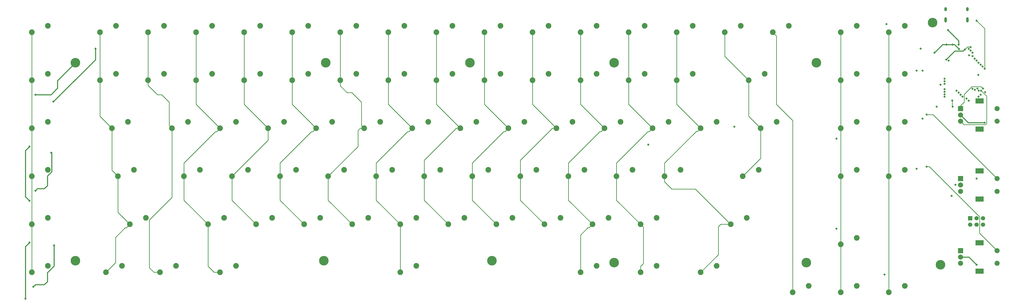
<source format=gbr>
G04 #@! TF.GenerationSoftware,KiCad,Pcbnew,(5.1.4)-1*
G04 #@! TF.CreationDate,2024-04-11T21:59:36-07:00*
G04 #@! TF.ProjectId,keeb,6b656562-2e6b-4696-9361-645f70636258,rev?*
G04 #@! TF.SameCoordinates,Original*
G04 #@! TF.FileFunction,Copper,L1,Top*
G04 #@! TF.FilePolarity,Positive*
%FSLAX46Y46*%
G04 Gerber Fmt 4.6, Leading zero omitted, Abs format (unit mm)*
G04 Created by KiCad (PCBNEW (5.1.4)-1) date 2024-04-11 21:59:36*
%MOMM*%
%LPD*%
G04 APERTURE LIST*
%ADD10C,2.250000*%
%ADD11O,1.000000X2.100000*%
%ADD12O,1.000000X1.600000*%
%ADD13R,2.000000X2.000000*%
%ADD14C,2.000000*%
%ADD15R,3.200000X2.000000*%
%ADD16R,1.700000X1.700000*%
%ADD17C,1.700000*%
%ADD18C,3.800000*%
%ADD19C,0.800000*%
%ADD20C,0.385000*%
%ADD21C,0.250000*%
G04 APERTURE END LIST*
D10*
X295433750Y-140176250D03*
X289083750Y-142716250D03*
X271621250Y-140176250D03*
X265271250Y-142716250D03*
X59690000Y-140176250D03*
X53340000Y-142716250D03*
X104933750Y-140176250D03*
X98583750Y-142716250D03*
X247808750Y-140176250D03*
X241458750Y-142716250D03*
X176371250Y-140176250D03*
X170021250Y-142716250D03*
X81121250Y-140176250D03*
X74771250Y-142716250D03*
X307340000Y-121126250D03*
X300990000Y-123666250D03*
X69215000Y-121126250D03*
X62865000Y-123666250D03*
X312102500Y-102076250D03*
X305752500Y-104616250D03*
X64452500Y-102076250D03*
X58102500Y-104616250D03*
X319246250Y-83026250D03*
X312896250Y-85566250D03*
X314483750Y-63976250D03*
X308133750Y-66516250D03*
X62071250Y-83026250D03*
X55721250Y-85566250D03*
D11*
X386205000Y-42498750D03*
X394845000Y-42498750D03*
D12*
X386205000Y-38318750D03*
X394845000Y-38318750D03*
D13*
X392112500Y-134143750D03*
D14*
X392112500Y-136643750D03*
X392112500Y-139143750D03*
D15*
X399612500Y-131043750D03*
X399612500Y-142243750D03*
D14*
X406612500Y-134143750D03*
X406612500Y-139143750D03*
D13*
X392112500Y-105568750D03*
D14*
X392112500Y-108068750D03*
X392112500Y-110568750D03*
D15*
X399612500Y-102468750D03*
X399612500Y-113668750D03*
D14*
X406612500Y-105568750D03*
X406612500Y-110568750D03*
D13*
X392112500Y-77787500D03*
D14*
X392112500Y-80287500D03*
X392112500Y-82787500D03*
D15*
X399612500Y-74687500D03*
X399612500Y-85887500D03*
D14*
X406612500Y-77787500D03*
X406612500Y-82787500D03*
D10*
X370046250Y-148113750D03*
X363696250Y-150653750D03*
X350996250Y-148113750D03*
X344646250Y-150653750D03*
X331946250Y-148113750D03*
X325596250Y-150653750D03*
X30321250Y-140176250D03*
X23971250Y-142716250D03*
X350996250Y-129063750D03*
X344646250Y-131603750D03*
X271621250Y-121126250D03*
X265271250Y-123666250D03*
X252571250Y-121126250D03*
X246221250Y-123666250D03*
X233521250Y-121126250D03*
X227171250Y-123666250D03*
X214471250Y-121126250D03*
X208121250Y-123666250D03*
X195421250Y-121126250D03*
X189071250Y-123666250D03*
X176371250Y-121126250D03*
X170021250Y-123666250D03*
X157321250Y-121126250D03*
X150971250Y-123666250D03*
X138271250Y-121126250D03*
X131921250Y-123666250D03*
X119221250Y-121126250D03*
X112871250Y-123666250D03*
X100171250Y-121126250D03*
X93821250Y-123666250D03*
X30321250Y-121126250D03*
X23971250Y-123666250D03*
X370046250Y-102076250D03*
X363696250Y-104616250D03*
X344646250Y-104616250D03*
X350996250Y-102076250D03*
X281146250Y-102076250D03*
X274796250Y-104616250D03*
X262096250Y-102076250D03*
X255746250Y-104616250D03*
X243046250Y-102076250D03*
X236696250Y-104616250D03*
X223996250Y-102076250D03*
X217646250Y-104616250D03*
X204946250Y-102076250D03*
X198596250Y-104616250D03*
X185896250Y-102076250D03*
X179546250Y-104616250D03*
X166846250Y-102076250D03*
X160496250Y-104616250D03*
X147796250Y-102076250D03*
X141446250Y-104616250D03*
X128746250Y-102076250D03*
X122396250Y-104616250D03*
X109696250Y-102076250D03*
X103346250Y-104616250D03*
X90646250Y-102076250D03*
X84296250Y-104616250D03*
X30321250Y-102076250D03*
X23971250Y-104616250D03*
X370046250Y-83026250D03*
X363696250Y-85566250D03*
X350996250Y-83026250D03*
X344646250Y-85566250D03*
X295433750Y-83026250D03*
X289083750Y-85566250D03*
X276383750Y-83026250D03*
X270033750Y-85566250D03*
X257333750Y-83026250D03*
X250983750Y-85566250D03*
X238283750Y-83026250D03*
X231933750Y-85566250D03*
X219233750Y-83026250D03*
X212883750Y-85566250D03*
X200183750Y-83026250D03*
X193833750Y-85566250D03*
X181133750Y-83026250D03*
X174783750Y-85566250D03*
X162083750Y-83026250D03*
X155733750Y-85566250D03*
X143033750Y-83026250D03*
X136683750Y-85566250D03*
X123983750Y-83026250D03*
X117633750Y-85566250D03*
X370046250Y-63976250D03*
X363696250Y-66516250D03*
X350996250Y-63976250D03*
X344646250Y-66516250D03*
X285908750Y-63976250D03*
X279558750Y-66516250D03*
X266858750Y-63976250D03*
X260508750Y-66516250D03*
X247808750Y-63976250D03*
X241458750Y-66516250D03*
X228758750Y-63976250D03*
X222408750Y-66516250D03*
X209708750Y-63976250D03*
X203358750Y-66516250D03*
X190658750Y-63976250D03*
X184308750Y-66516250D03*
X171608750Y-63976250D03*
X165258750Y-66516250D03*
X152558750Y-63976250D03*
X146208750Y-66516250D03*
X133508750Y-63976250D03*
X127158750Y-66516250D03*
X114458750Y-63976250D03*
X108108750Y-66516250D03*
X370046250Y-44926250D03*
X363696250Y-47466250D03*
X350996250Y-44926250D03*
X344646250Y-47466250D03*
X324008750Y-44926250D03*
X317658750Y-47466250D03*
X304958750Y-44926250D03*
X298608750Y-47466250D03*
X285908750Y-44926250D03*
X279558750Y-47466250D03*
X266858750Y-44926250D03*
X260508750Y-47466250D03*
X247808750Y-44926250D03*
X241458750Y-47466250D03*
X228758750Y-44926250D03*
X222408750Y-47466250D03*
X209708750Y-44926250D03*
X203358750Y-47466250D03*
X190658750Y-44926250D03*
X184308750Y-47466250D03*
X171608750Y-44926250D03*
X165258750Y-47466250D03*
X152558750Y-44926250D03*
X146208750Y-47466250D03*
X133508750Y-44926250D03*
X127158750Y-47466250D03*
X114458750Y-44926250D03*
X108108750Y-47466250D03*
X104933750Y-83026250D03*
X98583750Y-85566250D03*
X85883750Y-83026250D03*
X79533750Y-85566250D03*
X30321250Y-83026250D03*
X23971250Y-85566250D03*
X95408750Y-63976250D03*
X89058750Y-66516250D03*
X76358750Y-63976250D03*
X70008750Y-66516250D03*
X57308750Y-63976250D03*
X50958750Y-66516250D03*
X30321250Y-63976250D03*
X23971250Y-66516250D03*
X95408750Y-44926250D03*
X89058750Y-47466250D03*
X76358750Y-44926250D03*
X70008750Y-47466250D03*
X57308750Y-44926250D03*
X50958750Y-47466250D03*
X30321250Y-44926250D03*
X23971250Y-47466250D03*
D16*
X395922500Y-121285000D03*
D17*
X395922500Y-123825000D03*
X398462500Y-121285000D03*
X398462500Y-123825000D03*
X401002500Y-121285000D03*
X401002500Y-123825000D03*
D18*
X41275000Y-138112500D03*
X254793750Y-59531250D03*
X330993750Y-138906250D03*
X334962500Y-59531250D03*
X384175000Y-139700000D03*
X381000000Y-43656250D03*
X139700000Y-138112500D03*
X41275000Y-59531250D03*
X206375000Y-138112500D03*
X254793750Y-138906250D03*
X197643750Y-59531250D03*
X140493750Y-59531250D03*
D19*
X386556250Y-52387500D03*
X388937500Y-52387500D03*
X391481551Y-54137801D03*
X381793750Y-55562500D03*
X25400000Y-72231250D03*
X25400000Y-110331250D03*
X31714274Y-95269273D03*
X398462500Y-139700000D03*
X24606250Y-148431250D03*
X32817499Y-132036249D03*
X401637500Y-83343750D03*
X390064499Y-107950000D03*
X388529559Y-112409261D03*
X49212500Y-53975000D03*
X32543750Y-75003011D03*
X23018750Y-92868750D03*
X23018750Y-114300000D03*
X23018750Y-130968750D03*
X21431250Y-153193750D03*
X393815071Y-54295076D03*
X386449377Y-58305201D03*
X396081250Y-53330250D03*
X398462500Y-105568750D03*
X382587500Y-76993750D03*
X268287500Y-92075000D03*
X302418750Y-84931250D03*
X342900000Y-89693750D03*
X387079304Y-46560554D03*
X391318750Y-52387500D03*
X390525000Y-70643750D03*
X362743750Y-44202250D03*
X391318750Y-71437500D03*
X374650000Y-62706250D03*
X385762500Y-65881250D03*
X377031250Y-62706250D03*
X378618750Y-80168750D03*
X392832279Y-73044972D03*
X374650000Y-101600000D03*
X378618750Y-100806250D03*
X394493750Y-73818750D03*
X342900000Y-125412500D03*
X395287500Y-74612500D03*
X361950000Y-143668750D03*
X401637500Y-61912500D03*
X398462500Y-42862500D03*
X400050000Y-72231250D03*
X387350000Y-58737500D03*
X401866389Y-71208612D03*
X399256250Y-73025000D03*
X388822429Y-74497429D03*
X388937500Y-76993750D03*
X376237500Y-53975000D03*
X399141179Y-64408821D03*
X400993034Y-69829030D03*
X400269034Y-70635149D03*
X399256250Y-59531250D03*
X399270801Y-70674348D03*
X398841760Y-69772168D03*
X397750090Y-70331893D03*
X396875000Y-69850000D03*
X384175000Y-68262500D03*
X385762500Y-73052262D03*
X395520900Y-56589649D03*
X392112500Y-72231250D03*
X377031250Y-81756250D03*
X385771619Y-66897513D03*
X385776155Y-67916869D03*
X385762500Y-70055253D03*
X385762500Y-71054256D03*
X385762500Y-72053259D03*
X395333094Y-54018314D03*
X396081250Y-54768750D03*
X396875000Y-55562500D03*
X396875000Y-56944747D03*
X397668750Y-57943750D03*
X398462500Y-58737500D03*
X400050000Y-60325000D03*
X400843750Y-61118750D03*
D20*
X386556250Y-52387500D02*
X388937500Y-52387500D01*
X388937500Y-52387500D02*
X389731250Y-52387500D01*
X389731250Y-52387500D02*
X391481551Y-54137801D01*
X384968750Y-52387500D02*
X386556250Y-52387500D01*
X381793750Y-55562500D02*
X384968750Y-52387500D01*
X25414550Y-72216700D02*
X25400000Y-72231250D01*
X31575222Y-72216700D02*
X25414550Y-72216700D01*
X34135401Y-69656521D02*
X31575222Y-72216700D01*
X41275000Y-59531250D02*
X34135401Y-66670849D01*
X34135401Y-66670849D02*
X34135401Y-69656521D01*
X31837751Y-95392750D02*
X31714274Y-95269273D01*
X31837751Y-102804171D02*
X31837751Y-95392750D01*
X30166651Y-104475271D02*
X31837751Y-102804171D01*
X30166651Y-108301243D02*
X30166651Y-104475271D01*
X28926243Y-109541651D02*
X30166651Y-108301243D01*
X26189599Y-109541651D02*
X28926243Y-109541651D01*
X25400000Y-110331250D02*
X26189599Y-109541651D01*
X395406250Y-136643750D02*
X392112500Y-136643750D01*
X398462500Y-139700000D02*
X395406250Y-136643750D01*
X32817499Y-140220001D02*
X32817499Y-132036249D01*
X30166651Y-142870849D02*
X32817499Y-140220001D01*
X30166651Y-146401243D02*
X30166651Y-142870849D01*
X28926243Y-147641651D02*
X30166651Y-146401243D01*
X25395849Y-147641651D02*
X28926243Y-147641651D01*
X24606250Y-148431250D02*
X25395849Y-147641651D01*
X395168750Y-83343750D02*
X392112500Y-80287500D01*
X401637500Y-83343750D02*
X395168750Y-83343750D01*
X49212500Y-53975000D02*
X49212500Y-58334261D01*
X49212500Y-58334261D02*
X32543750Y-75003011D01*
X21434749Y-112715999D02*
X23018750Y-114300000D01*
X23018750Y-92868750D02*
X21434749Y-94452751D01*
X21434749Y-94452751D02*
X21434749Y-112715999D01*
X23018750Y-130968750D02*
X21431250Y-132556250D01*
X21431250Y-132556250D02*
X21431250Y-153193750D01*
X389825276Y-54929302D02*
X386449377Y-58305201D01*
X393815071Y-54295076D02*
X393180845Y-54929302D01*
X393180845Y-54929302D02*
X389825276Y-54929302D01*
D21*
X396045313Y-53294313D02*
X396081250Y-53330250D01*
X393815071Y-54295076D02*
X394815834Y-53294313D01*
X394815834Y-53294313D02*
X396045313Y-53294313D01*
D20*
X387079304Y-46560554D02*
X391318750Y-50800000D01*
X391318750Y-50800000D02*
X391318750Y-52387500D01*
D21*
X23971250Y-47466250D02*
X23971250Y-66516250D01*
X23971250Y-66516250D02*
X23971250Y-85566250D01*
X23971250Y-85566250D02*
X23971250Y-104616250D01*
X23971250Y-104616250D02*
X23971250Y-123666250D01*
X23971250Y-123666250D02*
X23971250Y-142716250D01*
X406612500Y-105568750D02*
X381212500Y-80168750D01*
X381212500Y-80168750D02*
X378618750Y-80168750D01*
X379721272Y-100806250D02*
X378618750Y-100806250D01*
X399636501Y-120721479D02*
X379721272Y-100806250D01*
X406612500Y-134143750D02*
X399636501Y-127167751D01*
X399636501Y-127167751D02*
X399636501Y-120721479D01*
X401637500Y-61912500D02*
X401637500Y-46037500D01*
X401637500Y-46037500D02*
X398462500Y-42862500D01*
X388822429Y-74497429D02*
X388822429Y-76878679D01*
X388822429Y-76878679D02*
X388937500Y-76993750D01*
X392112500Y-76537500D02*
X392112500Y-77787500D01*
X393556280Y-75093720D02*
X392112500Y-76537500D01*
X393556280Y-72097198D02*
X393556280Y-75093720D01*
X396605311Y-69048167D02*
X393556280Y-72097198D01*
X400212171Y-69048167D02*
X396605311Y-69048167D01*
X400993034Y-69829030D02*
X400212171Y-69048167D01*
X393112499Y-83787499D02*
X392112500Y-82787500D01*
X393392751Y-84067751D02*
X393112499Y-83787499D01*
X401985021Y-84067751D02*
X393392751Y-84067751D01*
X402431250Y-83621522D02*
X401985021Y-84067751D01*
X402431250Y-72797365D02*
X402431250Y-83621522D01*
X400269034Y-70635149D02*
X402431250Y-72797365D01*
X317658750Y-47466250D02*
X319150849Y-48958349D01*
X325596250Y-149062760D02*
X325596250Y-150653750D01*
X325596250Y-82487994D02*
X325596250Y-149062760D01*
X319150849Y-76042593D02*
X325596250Y-82487994D01*
X319150849Y-68992901D02*
X319150849Y-76042593D01*
X319150849Y-68992901D02*
X319150849Y-69181605D01*
X319150849Y-48958349D02*
X319150849Y-68992901D01*
X89058750Y-54956717D02*
X89058750Y-66516250D01*
X89058750Y-47466250D02*
X89058750Y-54956717D01*
X89058750Y-76041250D02*
X98583750Y-85566250D01*
X89058750Y-66516250D02*
X89058750Y-76041250D01*
X84296250Y-103025260D02*
X84296250Y-104616250D01*
X84296250Y-99349228D02*
X84296250Y-103025260D01*
X96738229Y-86907249D02*
X84296250Y-99349228D01*
X97242751Y-86907249D02*
X96738229Y-86907249D01*
X98583750Y-85566250D02*
X97242751Y-86907249D01*
X84296250Y-114141250D02*
X93821250Y-123666250D01*
X84296250Y-104616250D02*
X84296250Y-114141250D01*
X93821250Y-140335000D02*
X96202500Y-142716250D01*
X93821250Y-123666250D02*
X93821250Y-140335000D01*
X96202500Y-142716250D02*
X98583750Y-142716250D01*
X165258750Y-49057240D02*
X165258750Y-66516250D01*
X165258750Y-47466250D02*
X165258750Y-49057240D01*
X165258750Y-76041250D02*
X174783750Y-85566250D01*
X165258750Y-66516250D02*
X165258750Y-76041250D01*
X160496250Y-103025260D02*
X160496250Y-104616250D01*
X160496250Y-99349228D02*
X160496250Y-103025260D01*
X172938229Y-86907249D02*
X160496250Y-99349228D01*
X173442751Y-86907249D02*
X172938229Y-86907249D01*
X174783750Y-85566250D02*
X173442751Y-86907249D01*
X160496250Y-114141250D02*
X170021250Y-123666250D01*
X160496250Y-104616250D02*
X160496250Y-114141250D01*
X170021250Y-123666250D02*
X170021250Y-140335000D01*
X170021250Y-140335000D02*
X170021250Y-142716250D01*
X241458750Y-49057240D02*
X241458750Y-66516250D01*
X241458750Y-47466250D02*
X241458750Y-49057240D01*
X241458750Y-76041250D02*
X250983750Y-85566250D01*
X241458750Y-66516250D02*
X241458750Y-76041250D01*
X236696250Y-103025260D02*
X236696250Y-104616250D01*
X236696250Y-99349228D02*
X236696250Y-103025260D01*
X249138229Y-86907249D02*
X236696250Y-99349228D01*
X249642751Y-86907249D02*
X249138229Y-86907249D01*
X250983750Y-85566250D02*
X249642751Y-86907249D01*
X236696250Y-114141250D02*
X246221250Y-123666250D01*
X236696250Y-104616250D02*
X236696250Y-114141250D01*
X241458750Y-141125260D02*
X241458750Y-142716250D01*
X241458750Y-127924228D02*
X241458750Y-141125260D01*
X244375729Y-125007249D02*
X241458750Y-127924228D01*
X244880251Y-125007249D02*
X244375729Y-125007249D01*
X246221250Y-123666250D02*
X244880251Y-125007249D01*
X50958750Y-66516250D02*
X50958750Y-47466250D01*
X50958750Y-80803750D02*
X55721250Y-85566250D01*
X50958750Y-66516250D02*
X50958750Y-80803750D01*
X55721250Y-102235000D02*
X58102500Y-104616250D01*
X55721250Y-85566250D02*
X55721250Y-102235000D01*
X58102500Y-118903750D02*
X62865000Y-123666250D01*
X58102500Y-104616250D02*
X58102500Y-118903750D01*
X57150000Y-138906250D02*
X53340000Y-142716250D01*
X57150000Y-128876728D02*
X57150000Y-138906250D01*
X61019479Y-125007249D02*
X57150000Y-128876728D01*
X62865000Y-123666250D02*
X61524001Y-125007249D01*
X61524001Y-125007249D02*
X61019479Y-125007249D01*
X70008750Y-68107240D02*
X70008750Y-66516250D01*
X70008750Y-68551728D02*
X70008750Y-68107240D01*
X73740369Y-72283347D02*
X70008750Y-68551728D01*
X75487564Y-72283347D02*
X73740369Y-72283347D01*
X78408751Y-75204534D02*
X75487564Y-72283347D01*
X78408751Y-84441251D02*
X78408751Y-75204534D01*
X79533750Y-85566250D02*
X78408751Y-84441251D01*
X70008750Y-47466250D02*
X70008750Y-66516250D01*
X72390000Y-142716250D02*
X74771250Y-142716250D01*
X70555999Y-140882249D02*
X72390000Y-142716250D01*
X70555999Y-121929773D02*
X70555999Y-140882249D01*
X79533750Y-85566250D02*
X79533750Y-112952022D01*
X79533750Y-112952022D02*
X70555999Y-121929773D01*
X103346250Y-114141250D02*
X103346250Y-104616250D01*
X112871250Y-123666250D02*
X103346250Y-114141250D01*
X117633750Y-90328750D02*
X117633750Y-85566250D01*
X103346250Y-104616250D02*
X117633750Y-90328750D01*
X108108750Y-76041250D02*
X117633750Y-85566250D01*
X108108750Y-66516250D02*
X108108750Y-76041250D01*
X108108750Y-47466250D02*
X108108750Y-66516250D01*
X127158750Y-47466250D02*
X127158750Y-66516250D01*
X127158750Y-76041250D02*
X136683750Y-85566250D01*
X127158750Y-66516250D02*
X127158750Y-76041250D01*
X122396250Y-103025260D02*
X122396250Y-104616250D01*
X122396250Y-99349228D02*
X122396250Y-103025260D01*
X134838229Y-86907249D02*
X122396250Y-99349228D01*
X135342751Y-86907249D02*
X134838229Y-86907249D01*
X136683750Y-85566250D02*
X135342751Y-86907249D01*
X122396250Y-114141250D02*
X131921250Y-123666250D01*
X122396250Y-104616250D02*
X122396250Y-114141250D01*
X154142760Y-85566250D02*
X155733750Y-85566250D01*
X153264749Y-86444261D02*
X154142760Y-85566250D01*
X141446250Y-104616250D02*
X153264749Y-92797751D01*
X153264749Y-92797751D02*
X153264749Y-86444261D01*
X146208750Y-68676744D02*
X146208750Y-68107240D01*
X148906157Y-71374151D02*
X146208750Y-68676744D01*
X154608751Y-75204534D02*
X150778368Y-71374151D01*
X146208750Y-68107240D02*
X146208750Y-66516250D01*
X150778368Y-71374151D02*
X148906157Y-71374151D01*
X154608751Y-84441251D02*
X154608751Y-75204534D01*
X155733750Y-85566250D02*
X154608751Y-84441251D01*
X146208750Y-47466250D02*
X146208750Y-66516250D01*
X141446250Y-114141250D02*
X150971250Y-123666250D01*
X141446250Y-104616250D02*
X141446250Y-114141250D01*
X179546250Y-114141250D02*
X189071250Y-123666250D01*
X179546250Y-104616250D02*
X179546250Y-114141250D01*
X179546250Y-103025260D02*
X179546250Y-104616250D01*
X179546250Y-98262760D02*
X179546250Y-103025260D01*
X192242760Y-85566250D02*
X179546250Y-98262760D01*
X193833750Y-85566250D02*
X192242760Y-85566250D01*
X184308750Y-76041250D02*
X193833750Y-85566250D01*
X184308750Y-66516250D02*
X184308750Y-76041250D01*
X184308750Y-50510772D02*
X184308750Y-66516250D01*
X184308750Y-47466250D02*
X184308750Y-50510772D01*
X203358750Y-47466250D02*
X203358750Y-66516250D01*
X203358750Y-76041250D02*
X212883750Y-85566250D01*
X203358750Y-66516250D02*
X203358750Y-76041250D01*
X198596250Y-103025260D02*
X198596250Y-104616250D01*
X198596250Y-99349228D02*
X198596250Y-103025260D01*
X211038229Y-86907249D02*
X198596250Y-99349228D01*
X211542751Y-86907249D02*
X211038229Y-86907249D01*
X212883750Y-85566250D02*
X211542751Y-86907249D01*
X198596250Y-114141250D02*
X208121250Y-123666250D01*
X198596250Y-104616250D02*
X198596250Y-114141250D01*
X222408750Y-47466250D02*
X222408750Y-66516250D01*
X222408750Y-76041250D02*
X231933750Y-85566250D01*
X222408750Y-66516250D02*
X222408750Y-76041250D01*
X217646250Y-103025260D02*
X217646250Y-104616250D01*
X217646250Y-98262760D02*
X217646250Y-103025260D01*
X230342760Y-85566250D02*
X217646250Y-98262760D01*
X231933750Y-85566250D02*
X230342760Y-85566250D01*
X217646250Y-114141250D02*
X227171250Y-123666250D01*
X217646250Y-104616250D02*
X217646250Y-114141250D01*
X260508750Y-47466250D02*
X260508750Y-66516250D01*
X260508750Y-76041250D02*
X270033750Y-85566250D01*
X260508750Y-66516250D02*
X260508750Y-76041250D01*
X255746250Y-103025260D02*
X255746250Y-104616250D01*
X255746250Y-99349228D02*
X255746250Y-103025260D01*
X268188229Y-86907249D02*
X255746250Y-99349228D01*
X268692751Y-86907249D02*
X268188229Y-86907249D01*
X270033750Y-85566250D02*
X268692751Y-86907249D01*
X255746250Y-114141250D02*
X265271250Y-123666250D01*
X255746250Y-104616250D02*
X255746250Y-114141250D01*
X266396249Y-124791249D02*
X266396249Y-139210001D01*
X265271250Y-123666250D02*
X266396249Y-124791249D01*
X265271250Y-140335000D02*
X265271250Y-142716250D01*
X266396249Y-139210001D02*
X265271250Y-140335000D01*
X279558750Y-54956717D02*
X279558750Y-66516250D01*
X279558750Y-47466250D02*
X279558750Y-54956717D01*
X279558750Y-76041250D02*
X289083750Y-85566250D01*
X279558750Y-66516250D02*
X279558750Y-76041250D01*
X274796250Y-103025260D02*
X274796250Y-104616250D01*
X274796250Y-99349228D02*
X274796250Y-103025260D01*
X287454229Y-86691249D02*
X274796250Y-99349228D01*
X287958751Y-86691249D02*
X287454229Y-86691249D01*
X289083750Y-85566250D02*
X287958751Y-86691249D01*
X299865001Y-122541251D02*
X300990000Y-123666250D01*
X286967611Y-109643861D02*
X299865001Y-122541251D01*
X277663367Y-109643861D02*
X286967611Y-109643861D01*
X274796250Y-106776744D02*
X277663367Y-109643861D01*
X274796250Y-104616250D02*
X274796250Y-106776744D01*
X296068750Y-135731250D02*
X289083750Y-142716250D01*
X296068750Y-124618750D02*
X296068750Y-135731250D01*
X300990000Y-123666250D02*
X297021250Y-123666250D01*
X297021250Y-123666250D02*
X296068750Y-124618750D01*
X298608750Y-56991250D02*
X308133750Y-66516250D01*
X298608750Y-47466250D02*
X298608750Y-56991250D01*
X308133750Y-80803750D02*
X312896250Y-85566250D01*
X308133750Y-66516250D02*
X308133750Y-80803750D01*
X312896250Y-97472500D02*
X305752500Y-104616250D01*
X312896250Y-85566250D02*
X312896250Y-97472500D01*
X344646250Y-47466250D02*
X344646250Y-66516250D01*
X344646250Y-68107240D02*
X344646250Y-85566250D01*
X344646250Y-66516250D02*
X344646250Y-68107240D01*
X344646250Y-87157240D02*
X344646250Y-104616250D01*
X344646250Y-85566250D02*
X344646250Y-87157240D01*
X344646250Y-104616250D02*
X344646250Y-128428750D01*
X344646250Y-131603750D02*
X344646250Y-150653750D01*
X344646250Y-128428750D02*
X344646250Y-131603750D01*
X363696250Y-47466250D02*
X363696250Y-66516250D01*
X363696250Y-66516250D02*
X363696250Y-85566250D01*
X363696250Y-85566250D02*
X363696250Y-104616250D01*
X363696250Y-104616250D02*
X363696250Y-147478750D01*
X363696250Y-147478750D02*
X363696250Y-150653750D01*
M02*

</source>
